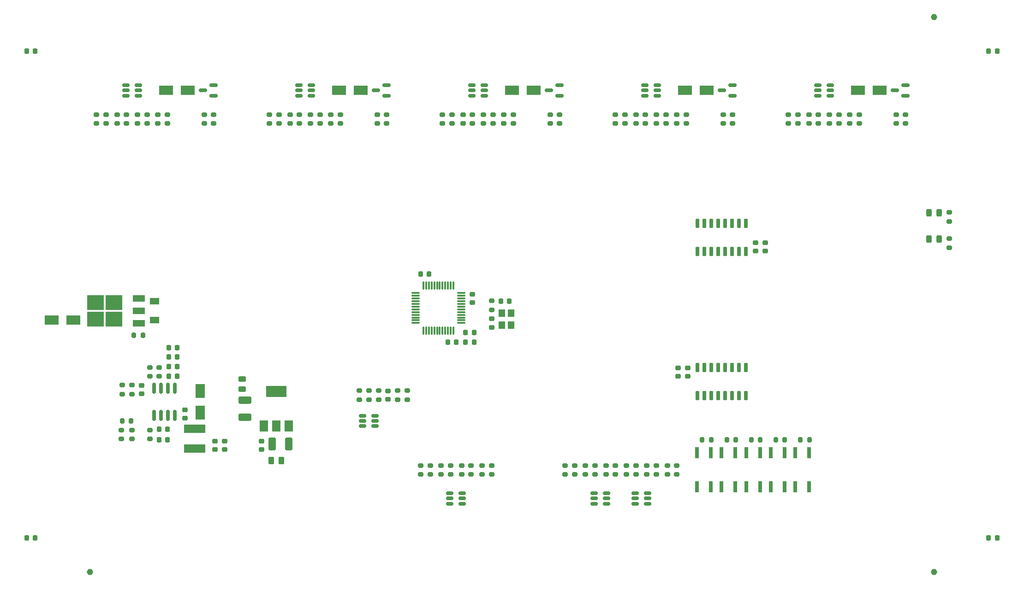
<source format=gbr>
%TF.GenerationSoftware,KiCad,Pcbnew,(6.99.0-4444-ge62463b52b)*%
%TF.CreationDate,2022-12-13T19:15:09+01:00*%
%TF.ProjectId,bd845-pwb,62643834-352d-4707-9762-2e6b69636164,rev?*%
%TF.SameCoordinates,Original*%
%TF.FileFunction,Paste,Top*%
%TF.FilePolarity,Positive*%
%FSLAX46Y46*%
G04 Gerber Fmt 4.6, Leading zero omitted, Abs format (unit mm)*
G04 Created by KiCad (PCBNEW (6.99.0-4444-ge62463b52b)) date 2022-12-13 19:15:09*
%MOMM*%
%LPD*%
G01*
G04 APERTURE LIST*
G04 Aperture macros list*
%AMRoundRect*
0 Rectangle with rounded corners*
0 $1 Rounding radius*
0 $2 $3 $4 $5 $6 $7 $8 $9 X,Y pos of 4 corners*
0 Add a 4 corners polygon primitive as box body*
4,1,4,$2,$3,$4,$5,$6,$7,$8,$9,$2,$3,0*
0 Add four circle primitives for the rounded corners*
1,1,$1+$1,$2,$3*
1,1,$1+$1,$4,$5*
1,1,$1+$1,$6,$7*
1,1,$1+$1,$8,$9*
0 Add four rect primitives between the rounded corners*
20,1,$1+$1,$2,$3,$4,$5,0*
20,1,$1+$1,$4,$5,$6,$7,0*
20,1,$1+$1,$6,$7,$8,$9,0*
20,1,$1+$1,$8,$9,$2,$3,0*%
G04 Aperture macros list end*
%ADD10C,1.152000*%
%ADD11RoundRect,0.150000X0.150000X-0.725000X0.150000X0.725000X-0.150000X0.725000X-0.150000X-0.725000X0*%
%ADD12RoundRect,0.150000X-0.150000X0.725000X-0.150000X-0.725000X0.150000X-0.725000X0.150000X0.725000X0*%
%ADD13RoundRect,0.200000X0.275000X-0.200000X0.275000X0.200000X-0.275000X0.200000X-0.275000X-0.200000X0*%
%ADD14RoundRect,0.200000X-0.275000X0.200000X-0.275000X-0.200000X0.275000X-0.200000X0.275000X0.200000X0*%
%ADD15RoundRect,0.225000X0.250000X-0.225000X0.250000X0.225000X-0.250000X0.225000X-0.250000X-0.225000X0*%
%ADD16RoundRect,0.150000X0.512500X0.150000X-0.512500X0.150000X-0.512500X-0.150000X0.512500X-0.150000X0*%
%ADD17R,0.640000X2.000000*%
%ADD18RoundRect,0.243750X-0.456250X0.243750X-0.456250X-0.243750X0.456250X-0.243750X0.456250X0.243750X0*%
%ADD19RoundRect,0.200000X0.200000X0.275000X-0.200000X0.275000X-0.200000X-0.275000X0.200000X-0.275000X0*%
%ADD20RoundRect,0.225000X-0.250000X0.225000X-0.250000X-0.225000X0.250000X-0.225000X0.250000X0.225000X0*%
%ADD21RoundRect,0.075000X0.662500X0.075000X-0.662500X0.075000X-0.662500X-0.075000X0.662500X-0.075000X0*%
%ADD22RoundRect,0.075000X0.075000X0.662500X-0.075000X0.662500X-0.075000X-0.662500X0.075000X-0.662500X0*%
%ADD23RoundRect,0.225000X-0.225000X-0.250000X0.225000X-0.250000X0.225000X0.250000X-0.225000X0.250000X0*%
%ADD24RoundRect,0.150000X-0.150000X0.825000X-0.150000X-0.825000X0.150000X-0.825000X0.150000X0.825000X0*%
%ADD25R,2.500000X1.800000*%
%ADD26RoundRect,0.225000X0.225000X0.250000X-0.225000X0.250000X-0.225000X-0.250000X0.225000X-0.250000X0*%
%ADD27RoundRect,0.243750X0.243750X0.456250X-0.243750X0.456250X-0.243750X-0.456250X0.243750X-0.456250X0*%
%ADD28R,1.800000X2.500000*%
%ADD29RoundRect,0.150000X-0.512500X-0.150000X0.512500X-0.150000X0.512500X0.150000X-0.512500X0.150000X0*%
%ADD30RoundRect,0.250000X0.412500X0.925000X-0.412500X0.925000X-0.412500X-0.925000X0.412500X-0.925000X0*%
%ADD31R,1.700000X1.300000*%
%ADD32RoundRect,0.150000X0.587500X0.150000X-0.587500X0.150000X-0.587500X-0.150000X0.587500X-0.150000X0*%
%ADD33R,1.500000X2.000000*%
%ADD34R,3.800000X2.000000*%
%ADD35RoundRect,0.200000X-0.200000X-0.275000X0.200000X-0.275000X0.200000X0.275000X-0.200000X0.275000X0*%
%ADD36R,1.200000X1.400000*%
%ADD37RoundRect,0.250000X-0.925000X0.412500X-0.925000X-0.412500X0.925000X-0.412500X0.925000X0.412500X0*%
%ADD38R,3.050000X2.750000*%
%ADD39R,2.200000X1.200000*%
%ADD40R,4.000000X1.500000*%
%ADD41RoundRect,0.250000X-0.262500X-0.450000X0.262500X-0.450000X0.262500X0.450000X-0.262500X0.450000X0*%
G04 APERTURE END LIST*
D10*
%TO.C,REF\u002A\u002A*%
X69000000Y-147000000D03*
%TD*%
%TO.C,REF\u002A\u002A*%
X224000000Y-147000000D03*
%TD*%
%TO.C,REF\u002A\u002A*%
X224000000Y-45000000D03*
%TD*%
D11*
%TO.C,U102*%
X180555000Y-114575000D03*
X181825000Y-114575000D03*
X183095000Y-114575000D03*
X184365000Y-114575000D03*
X185635000Y-114575000D03*
X186905000Y-114575000D03*
X188175000Y-114575000D03*
X189445000Y-114575000D03*
X189445000Y-109425000D03*
X188175000Y-109425000D03*
X186905000Y-109425000D03*
X185635000Y-109425000D03*
X184365000Y-109425000D03*
X183095000Y-109425000D03*
X181825000Y-109425000D03*
X180555000Y-109425000D03*
%TD*%
D12*
%TO.C,U101*%
X189445000Y-82925000D03*
X188175000Y-82925000D03*
X186905000Y-82925000D03*
X185635000Y-82925000D03*
X184365000Y-82925000D03*
X183095000Y-82925000D03*
X181825000Y-82925000D03*
X180555000Y-82925000D03*
X180555000Y-88075000D03*
X181825000Y-88075000D03*
X183095000Y-88075000D03*
X184365000Y-88075000D03*
X185635000Y-88075000D03*
X186905000Y-88075000D03*
X188175000Y-88075000D03*
X189445000Y-88075000D03*
%TD*%
D13*
%TO.C,R105*%
X131500000Y-129075000D03*
X131500000Y-127425000D03*
%TD*%
D14*
%TO.C,R203*%
X81750000Y-109425000D03*
X81750000Y-111075000D03*
%TD*%
D15*
%TO.C,C211*%
X93750000Y-124525000D03*
X93750000Y-122975000D03*
%TD*%
D13*
%TO.C,R507*%
X79500000Y-64575000D03*
X79500000Y-62925000D03*
%TD*%
D16*
%TO.C,U901*%
X204887500Y-59450000D03*
X204887500Y-58500000D03*
X204887500Y-57550000D03*
X202612500Y-57550000D03*
X202612500Y-58500000D03*
X202612500Y-59450000D03*
%TD*%
D13*
%TO.C,R210*%
X226750000Y-82575000D03*
X226750000Y-80925000D03*
%TD*%
D17*
%TO.C,U405*%
X183019999Y-125099999D03*
X180479999Y-125099999D03*
X180479999Y-131399999D03*
X183019999Y-131399999D03*
%TD*%
D13*
%TO.C,R502*%
X74000000Y-64575000D03*
X74000000Y-62925000D03*
%TD*%
%TO.C,R417*%
X158000000Y-129075000D03*
X158000000Y-127425000D03*
%TD*%
D18*
%TO.C,F201*%
X97000000Y-111562500D03*
X97000000Y-113437500D03*
%TD*%
D13*
%TO.C,R407*%
X160000000Y-129075000D03*
X160000000Y-127425000D03*
%TD*%
D15*
%TO.C,C212*%
X100500000Y-124525000D03*
X100500000Y-122975000D03*
%TD*%
D14*
%TO.C,R510*%
X90000000Y-62925000D03*
X90000000Y-64575000D03*
%TD*%
%TO.C,R509*%
X91750000Y-62925000D03*
X91750000Y-64575000D03*
%TD*%
D13*
%TO.C,R104*%
X135250000Y-129075000D03*
X135250000Y-127425000D03*
%TD*%
D16*
%TO.C,U801*%
X173137500Y-59450000D03*
X173137500Y-58500000D03*
X173137500Y-57550000D03*
X170862500Y-57550000D03*
X170862500Y-58500000D03*
X170862500Y-59450000D03*
%TD*%
D19*
%TO.C,R208*%
X76575000Y-119250000D03*
X74925000Y-119250000D03*
%TD*%
D16*
%TO.C,U501*%
X77887500Y-59450000D03*
X77887500Y-58500000D03*
X77887500Y-57550000D03*
X75612500Y-57550000D03*
X75612500Y-58500000D03*
X75612500Y-59450000D03*
%TD*%
D13*
%TO.C,R207*%
X76750000Y-122575000D03*
X76750000Y-120925000D03*
%TD*%
%TO.C,R508*%
X83250000Y-64575000D03*
X83250000Y-62925000D03*
%TD*%
%TO.C,R802*%
X169250000Y-64575000D03*
X169250000Y-62925000D03*
%TD*%
D20*
%TO.C,C206*%
X78500000Y-112725000D03*
X78500000Y-114275000D03*
%TD*%
D21*
%TO.C,U301*%
X137162500Y-101250000D03*
X137162500Y-100750000D03*
X137162500Y-100250000D03*
X137162500Y-99750000D03*
X137162500Y-99250000D03*
X137162500Y-98750000D03*
X137162500Y-98250000D03*
X137162500Y-97750000D03*
X137162500Y-97250000D03*
X137162500Y-96750000D03*
X137162500Y-96250000D03*
X137162500Y-95750000D03*
D22*
X135750000Y-94337500D03*
X135250000Y-94337500D03*
X134750000Y-94337500D03*
X134250000Y-94337500D03*
X133750000Y-94337500D03*
X133250000Y-94337500D03*
X132750000Y-94337500D03*
X132250000Y-94337500D03*
X131750000Y-94337500D03*
X131250000Y-94337500D03*
X130750000Y-94337500D03*
X130250000Y-94337500D03*
D21*
X128837500Y-95750000D03*
X128837500Y-96250000D03*
X128837500Y-96750000D03*
X128837500Y-97250000D03*
X128837500Y-97750000D03*
X128837500Y-98250000D03*
X128837500Y-98750000D03*
X128837500Y-99250000D03*
X128837500Y-99750000D03*
X128837500Y-100250000D03*
X128837500Y-100750000D03*
X128837500Y-101250000D03*
D22*
X130250000Y-102662500D03*
X130750000Y-102662500D03*
X131250000Y-102662500D03*
X131750000Y-102662500D03*
X132250000Y-102662500D03*
X132750000Y-102662500D03*
X133250000Y-102662500D03*
X133750000Y-102662500D03*
X134250000Y-102662500D03*
X134750000Y-102662500D03*
X135250000Y-102662500D03*
X135750000Y-102662500D03*
%TD*%
D13*
%TO.C,R503*%
X77750000Y-64575000D03*
X77750000Y-62925000D03*
%TD*%
D14*
%TO.C,R209*%
X74750000Y-120925000D03*
X74750000Y-122575000D03*
%TD*%
D13*
%TO.C,R303*%
X142750000Y-98825000D03*
X142750000Y-97175000D03*
%TD*%
D23*
%TO.C,C208*%
X81725000Y-122750000D03*
X83275000Y-122750000D03*
%TD*%
D13*
%TO.C,R406*%
X156250000Y-129075000D03*
X156250000Y-127425000D03*
%TD*%
D23*
%TO.C,C306*%
X129725000Y-92250000D03*
X131275000Y-92250000D03*
%TD*%
D16*
%TO.C,U302*%
X121387500Y-120200000D03*
X121387500Y-119250000D03*
X121387500Y-118300000D03*
X119112500Y-118300000D03*
X119112500Y-119250000D03*
X119112500Y-120200000D03*
%TD*%
D20*
%TO.C,C301*%
X142750000Y-100475000D03*
X142750000Y-102025000D03*
%TD*%
D13*
%TO.C,R108*%
X133500000Y-129075000D03*
X133500000Y-127425000D03*
%TD*%
D24*
%TO.C,U201*%
X84655000Y-113275000D03*
X83385000Y-113275000D03*
X82115000Y-113275000D03*
X80845000Y-113275000D03*
X80845000Y-118225000D03*
X82115000Y-118225000D03*
X83385000Y-118225000D03*
X84655000Y-118225000D03*
%TD*%
D13*
%TO.C,R606*%
X107500000Y-64575000D03*
X107500000Y-62925000D03*
%TD*%
%TO.C,R608*%
X115000000Y-64575000D03*
X115000000Y-62925000D03*
%TD*%
D25*
%TO.C,D601*%
X114749999Y-58499999D03*
X118749999Y-58499999D03*
%TD*%
D26*
%TO.C,C102*%
X235550000Y-51250000D03*
X234000000Y-51250000D03*
%TD*%
D27*
%TO.C,D204*%
X224937500Y-81000000D03*
X223062500Y-81000000D03*
%TD*%
D13*
%TO.C,R102*%
X142750000Y-129075000D03*
X142750000Y-127425000D03*
%TD*%
D28*
%TO.C,D203*%
X89249999Y-117749999D03*
X89249999Y-113749999D03*
%TD*%
D29*
%TO.C,U406*%
X169112500Y-132550000D03*
X169112500Y-133500000D03*
X169112500Y-134450000D03*
X171387500Y-134450000D03*
X171387500Y-133500000D03*
X171387500Y-132550000D03*
%TD*%
D13*
%TO.C,R505*%
X72000000Y-64575000D03*
X72000000Y-62925000D03*
%TD*%
D20*
%TO.C,C307*%
X139250000Y-95975000D03*
X139250000Y-97525000D03*
%TD*%
D16*
%TO.C,U601*%
X109637500Y-59450000D03*
X109637500Y-58500000D03*
X109637500Y-57550000D03*
X107362500Y-57550000D03*
X107362500Y-58500000D03*
X107362500Y-59450000D03*
%TD*%
D25*
%TO.C,D701*%
X146499999Y-58499999D03*
X150499999Y-58499999D03*
%TD*%
D30*
%TO.C,C213*%
X105537500Y-123500000D03*
X102462500Y-123500000D03*
%TD*%
D15*
%TO.C,C105*%
X191250000Y-88025000D03*
X191250000Y-86475000D03*
%TD*%
D13*
%TO.C,R411*%
X175000000Y-129075000D03*
X175000000Y-127425000D03*
%TD*%
D14*
%TO.C,R709*%
X155250000Y-62925000D03*
X155250000Y-64575000D03*
%TD*%
D23*
%TO.C,C303*%
X144475000Y-97250000D03*
X146025000Y-97250000D03*
%TD*%
D25*
%TO.C,D901*%
X209999999Y-58499999D03*
X213999999Y-58499999D03*
%TD*%
D20*
%TO.C,C302*%
X123750000Y-113725000D03*
X123750000Y-115275000D03*
%TD*%
D13*
%TO.C,R806*%
X171000000Y-64575000D03*
X171000000Y-62925000D03*
%TD*%
%TO.C,R908*%
X210250000Y-64575000D03*
X210250000Y-62925000D03*
%TD*%
D31*
%TO.C,D202*%
X80924999Y-97249999D03*
X80924999Y-100749999D03*
%TD*%
D32*
%TO.C,Q701*%
X155187500Y-59450000D03*
X155187500Y-57550000D03*
X153312500Y-58500000D03*
%TD*%
D14*
%TO.C,R202*%
X75000000Y-112675000D03*
X75000000Y-114325000D03*
%TD*%
D13*
%TO.C,R708*%
X146750000Y-64575000D03*
X146750000Y-62925000D03*
%TD*%
%TO.C,R803*%
X173000000Y-64575000D03*
X173000000Y-62925000D03*
%TD*%
D33*
%TO.C,U202*%
X100949999Y-120149999D03*
X103249999Y-120149999D03*
D34*
X103249999Y-113849999D03*
D33*
X105549999Y-120149999D03*
%TD*%
D14*
%TO.C,R710*%
X153500000Y-62925000D03*
X153500000Y-64575000D03*
%TD*%
D13*
%TO.C,R415*%
X165500000Y-129075000D03*
X165500000Y-127425000D03*
%TD*%
%TO.C,R807*%
X174750000Y-64575000D03*
X174750000Y-62925000D03*
%TD*%
D23*
%TO.C,C101*%
X57450000Y-51250000D03*
X59000000Y-51250000D03*
%TD*%
D16*
%TO.C,U701*%
X141387500Y-59450000D03*
X141387500Y-58500000D03*
X141387500Y-57550000D03*
X139112500Y-57550000D03*
X139112500Y-58500000D03*
X139112500Y-59450000D03*
%TD*%
D14*
%TO.C,R302*%
X127250000Y-113675000D03*
X127250000Y-115325000D03*
%TD*%
%TO.C,R910*%
X217000000Y-62925000D03*
X217000000Y-64575000D03*
%TD*%
D23*
%TO.C,C205*%
X83475000Y-111000000D03*
X85025000Y-111000000D03*
%TD*%
D32*
%TO.C,Q901*%
X218687500Y-59450000D03*
X218687500Y-57550000D03*
X216812500Y-58500000D03*
%TD*%
D13*
%TO.C,R204*%
X80000000Y-111075000D03*
X80000000Y-109425000D03*
%TD*%
D20*
%TO.C,C209*%
X86500000Y-117225000D03*
X86500000Y-118775000D03*
%TD*%
D35*
%TO.C,R403*%
X190425000Y-122750000D03*
X192075000Y-122750000D03*
%TD*%
%TO.C,R402*%
X194925000Y-122750000D03*
X196575000Y-122750000D03*
%TD*%
D13*
%TO.C,R409*%
X167500000Y-129075000D03*
X167500000Y-127425000D03*
%TD*%
D35*
%TO.C,R405*%
X181425000Y-122750000D03*
X183075000Y-122750000D03*
%TD*%
D13*
%TO.C,R304*%
X122000000Y-115325000D03*
X122000000Y-113675000D03*
%TD*%
%TO.C,R416*%
X161750000Y-129075000D03*
X161750000Y-127425000D03*
%TD*%
D35*
%TO.C,R401*%
X199425000Y-122750000D03*
X201075000Y-122750000D03*
%TD*%
D13*
%TO.C,R906*%
X202750000Y-64575000D03*
X202750000Y-62925000D03*
%TD*%
%TO.C,R601*%
X102000000Y-64575000D03*
X102000000Y-62925000D03*
%TD*%
D23*
%TO.C,C203*%
X83475000Y-107500000D03*
X85025000Y-107500000D03*
%TD*%
D14*
%TO.C,R909*%
X218750000Y-62925000D03*
X218750000Y-64575000D03*
%TD*%
%TO.C,R206*%
X80000000Y-120925000D03*
X80000000Y-122575000D03*
%TD*%
D13*
%TO.C,R301*%
X125500000Y-115325000D03*
X125500000Y-113675000D03*
%TD*%
D23*
%TO.C,C204*%
X83475000Y-109250000D03*
X85025000Y-109250000D03*
%TD*%
D13*
%TO.C,R701*%
X133750000Y-64575000D03*
X133750000Y-62925000D03*
%TD*%
D36*
%TO.C,Y301*%
X146349999Y-101599999D03*
X146349999Y-99399999D03*
X144649999Y-99399999D03*
X144649999Y-101599999D03*
%TD*%
D25*
%TO.C,D501*%
X82999999Y-58499999D03*
X86999999Y-58499999D03*
%TD*%
D27*
%TO.C,D101*%
X224937500Y-85825000D03*
X223062500Y-85825000D03*
%TD*%
D17*
%TO.C,U401*%
X201019999Y-125099999D03*
X198479999Y-125099999D03*
X198479999Y-131399999D03*
X201019999Y-131399999D03*
%TD*%
D13*
%TO.C,R603*%
X109500000Y-64575000D03*
X109500000Y-62925000D03*
%TD*%
%TO.C,R605*%
X103750000Y-64575000D03*
X103750000Y-62925000D03*
%TD*%
%TO.C,R702*%
X137500000Y-64575000D03*
X137500000Y-62925000D03*
%TD*%
D37*
%TO.C,C214*%
X97500000Y-115462500D03*
X97500000Y-118537500D03*
%TD*%
D13*
%TO.C,R103*%
X139000000Y-129075000D03*
X139000000Y-127425000D03*
%TD*%
D38*
%TO.C,Q201*%
X73424999Y-100524999D03*
X73424999Y-97474999D03*
X70074999Y-100524999D03*
X70074999Y-97474999D03*
D39*
X78049999Y-101279999D03*
X78049999Y-98999999D03*
X78049999Y-96719999D03*
%TD*%
D23*
%TO.C,C104*%
X57450000Y-140750000D03*
X59000000Y-140750000D03*
%TD*%
D14*
%TO.C,R101*%
X226750000Y-85750000D03*
X226750000Y-87400000D03*
%TD*%
D19*
%TO.C,R201*%
X78750000Y-103500000D03*
X77100000Y-103500000D03*
%TD*%
D29*
%TO.C,U407*%
X161612500Y-132550000D03*
X161612500Y-133500000D03*
X161612500Y-134450000D03*
X163887500Y-134450000D03*
X163887500Y-133500000D03*
X163887500Y-132550000D03*
%TD*%
D13*
%TO.C,R801*%
X165500000Y-64575000D03*
X165500000Y-62925000D03*
%TD*%
%TO.C,R501*%
X70250000Y-64575000D03*
X70250000Y-62925000D03*
%TD*%
%TO.C,R109*%
X129750000Y-129075000D03*
X129750000Y-127425000D03*
%TD*%
%TO.C,R604*%
X113250000Y-64575000D03*
X113250000Y-62925000D03*
%TD*%
%TO.C,R305*%
X120250000Y-115325000D03*
X120250000Y-113675000D03*
%TD*%
%TO.C,R905*%
X199000000Y-64575000D03*
X199000000Y-62925000D03*
%TD*%
%TO.C,R901*%
X197250000Y-64575000D03*
X197250000Y-62925000D03*
%TD*%
D40*
%TO.C,L201*%
X88249999Y-120699999D03*
X88249999Y-124299999D03*
%TD*%
D13*
%TO.C,R804*%
X178500000Y-64575000D03*
X178500000Y-62925000D03*
%TD*%
D23*
%TO.C,C304*%
X137975000Y-104750000D03*
X139525000Y-104750000D03*
%TD*%
D13*
%TO.C,R704*%
X145000000Y-64575000D03*
X145000000Y-62925000D03*
%TD*%
%TO.C,R504*%
X81500000Y-64575000D03*
X81500000Y-62925000D03*
%TD*%
D14*
%TO.C,R810*%
X185250000Y-62925000D03*
X185250000Y-64575000D03*
%TD*%
D32*
%TO.C,Q501*%
X91687500Y-59450000D03*
X91687500Y-57550000D03*
X89812500Y-58500000D03*
%TD*%
D13*
%TO.C,R907*%
X206500000Y-64575000D03*
X206500000Y-62925000D03*
%TD*%
D23*
%TO.C,C308*%
X137975000Y-103000000D03*
X139525000Y-103000000D03*
%TD*%
%TO.C,C207*%
X81725000Y-120750000D03*
X83275000Y-120750000D03*
%TD*%
D14*
%TO.C,R809*%
X187000000Y-62925000D03*
X187000000Y-64575000D03*
%TD*%
D13*
%TO.C,R506*%
X75750000Y-64575000D03*
X75750000Y-62925000D03*
%TD*%
%TO.C,R706*%
X139250000Y-64575000D03*
X139250000Y-62925000D03*
%TD*%
D20*
%TO.C,C107*%
X178750000Y-109475000D03*
X178750000Y-111025000D03*
%TD*%
D13*
%TO.C,R414*%
X169250000Y-129075000D03*
X169250000Y-127425000D03*
%TD*%
D25*
%TO.C,D201*%
X61999999Y-100749999D03*
X65999999Y-100749999D03*
%TD*%
D13*
%TO.C,R306*%
X118500000Y-115325000D03*
X118500000Y-113675000D03*
%TD*%
%TO.C,R904*%
X208500000Y-64575000D03*
X208500000Y-62925000D03*
%TD*%
%TO.C,R903*%
X204750000Y-64575000D03*
X204750000Y-62925000D03*
%TD*%
D35*
%TO.C,R404*%
X185925000Y-122750000D03*
X187575000Y-122750000D03*
%TD*%
D14*
%TO.C,R205*%
X76750000Y-112675000D03*
X76750000Y-114325000D03*
%TD*%
D13*
%TO.C,R705*%
X135500000Y-64575000D03*
X135500000Y-62925000D03*
%TD*%
D32*
%TO.C,Q801*%
X186937500Y-59450000D03*
X186937500Y-57550000D03*
X185062500Y-58500000D03*
%TD*%
D13*
%TO.C,R410*%
X171250000Y-129075000D03*
X171250000Y-127425000D03*
%TD*%
D17*
%TO.C,U404*%
X187519999Y-125099999D03*
X184979999Y-125099999D03*
X184979999Y-131399999D03*
X187519999Y-131399999D03*
%TD*%
D13*
%TO.C,R408*%
X163750000Y-129075000D03*
X163750000Y-127425000D03*
%TD*%
D17*
%TO.C,U402*%
X196519999Y-125099999D03*
X193979999Y-125099999D03*
X193979999Y-131399999D03*
X196519999Y-131399999D03*
%TD*%
D15*
%TO.C,C106*%
X193000000Y-88025000D03*
X193000000Y-86475000D03*
%TD*%
D13*
%TO.C,R602*%
X105750000Y-64575000D03*
X105750000Y-62925000D03*
%TD*%
%TO.C,R412*%
X176750000Y-129075000D03*
X176750000Y-127425000D03*
%TD*%
D17*
%TO.C,U403*%
X192019999Y-125099999D03*
X189479999Y-125099999D03*
X189479999Y-131399999D03*
X192019999Y-131399999D03*
%TD*%
D13*
%TO.C,R607*%
X111250000Y-64575000D03*
X111250000Y-62925000D03*
%TD*%
%TO.C,R805*%
X167250000Y-64575000D03*
X167250000Y-62925000D03*
%TD*%
D14*
%TO.C,R609*%
X123500000Y-62925000D03*
X123500000Y-64575000D03*
%TD*%
D13*
%TO.C,R703*%
X141250000Y-64575000D03*
X141250000Y-62925000D03*
%TD*%
%TO.C,R707*%
X143000000Y-64575000D03*
X143000000Y-62925000D03*
%TD*%
%TO.C,R107*%
X137250000Y-129075000D03*
X137250000Y-127425000D03*
%TD*%
D32*
%TO.C,Q601*%
X123437500Y-59450000D03*
X123437500Y-57550000D03*
X121562500Y-58500000D03*
%TD*%
D13*
%TO.C,R808*%
X176750000Y-64575000D03*
X176750000Y-62925000D03*
%TD*%
D20*
%TO.C,C108*%
X177000000Y-109475000D03*
X177000000Y-111025000D03*
%TD*%
D41*
%TO.C,L202*%
X102337500Y-126500000D03*
X104162500Y-126500000D03*
%TD*%
D15*
%TO.C,C210*%
X92000000Y-124525000D03*
X92000000Y-122975000D03*
%TD*%
D13*
%TO.C,R902*%
X201000000Y-64575000D03*
X201000000Y-62925000D03*
%TD*%
D26*
%TO.C,C103*%
X235550000Y-140750000D03*
X234000000Y-140750000D03*
%TD*%
D14*
%TO.C,R610*%
X121750000Y-62925000D03*
X121750000Y-64575000D03*
%TD*%
D26*
%TO.C,C305*%
X136275000Y-104750000D03*
X134725000Y-104750000D03*
%TD*%
D29*
%TO.C,U103*%
X135112500Y-132550000D03*
X135112500Y-133500000D03*
X135112500Y-134450000D03*
X137387500Y-134450000D03*
X137387500Y-133500000D03*
X137387500Y-132550000D03*
%TD*%
D25*
%TO.C,D801*%
X178249999Y-58499999D03*
X182249999Y-58499999D03*
%TD*%
D13*
%TO.C,R106*%
X141000000Y-129075000D03*
X141000000Y-127425000D03*
%TD*%
%TO.C,R413*%
X173000000Y-129075000D03*
X173000000Y-127425000D03*
%TD*%
D23*
%TO.C,C202*%
X83475000Y-105750000D03*
X85025000Y-105750000D03*
%TD*%
M02*

</source>
